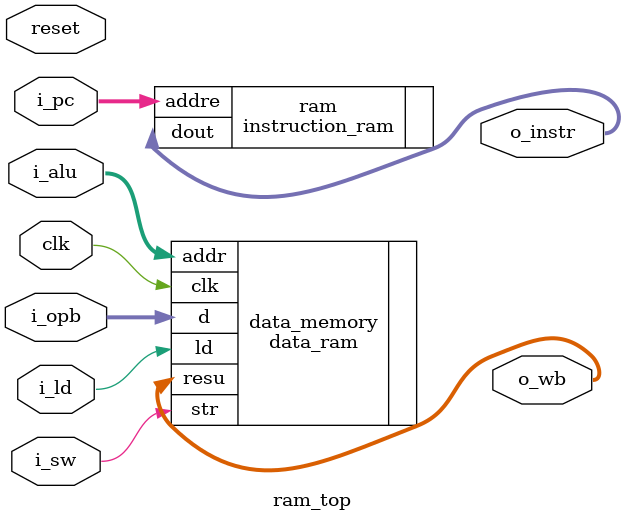
<source format=v>
`include "data_ram.v"
`include "instruction_ram.v"

module ram_top (
   clk,
   reset,
   i_pc,
   i_alu,
   i_opb,
   i_ld,
   i_sw,
   o_wb,
   o_instr
);
   input clk;
   input reset;
   input i_ld;
   input i_sw;
   input [11:0]i_alu;
   input [31:0]i_opb;
   output [31:0]o_wb;
   //instruction 
   inout [11:0]i_pc;
   output [31:0]o_instr;

   data_ram data_memory(
      .clk(clk),
      .addr(i_alu),
      .d(i_opb),
      .str(i_sw),
      .ld(i_ld),
      .resu(o_wb)
   );

   instruction_ram ram(
      .addre(i_pc),
      .dout(o_instr)
   );

endmodule

</source>
